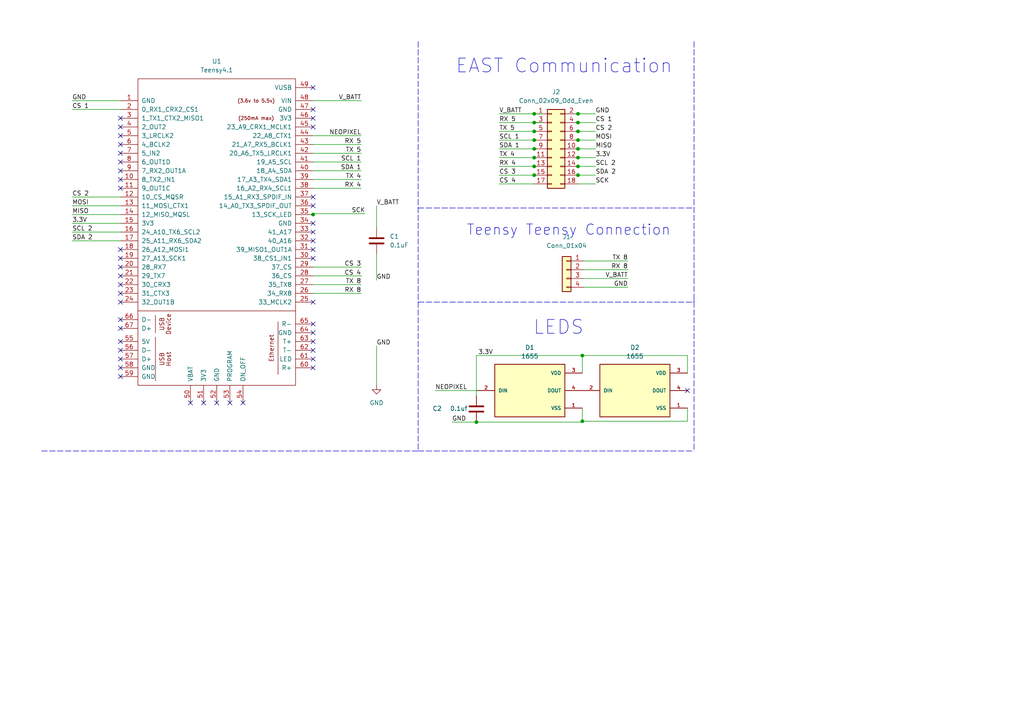
<source format=kicad_sch>
(kicad_sch (version 20211123) (generator eeschema)
  (paper "A4")
  (lib_symbols
    (symbol "Connector_Generic:Conn_01x04" (pin_names (offset 1.016) hide)
      (property "Reference" "J" (at 0 5.08 0))
      (property "Value" "Conn_01x04" (at 0 -7.62 0))
      (symbol "Conn_01x04_1_1"
        (rectangle (start -1.27 -4.953) (end 0 -5.207) (stroke (width 0.1524)))
        (rectangle (start -1.27 -2.413) (end 0 -2.667) (stroke (width 0.1524)))
        (rectangle (start -1.27 0.127) (end 0 -0.127) (stroke (width 0.1524)))
        (rectangle (start -1.27 2.667) (end 0 2.413) (stroke (width 0.1524)))
        (rectangle (start -1.27 3.81) (end 1.27 -6.35) (stroke (width 0.254)) (fill (type background)))
        (pin passive line (at -5.08 2.54 0) (length 3.81) (name "Pin_1") (number "1"))
        (pin passive line (at -5.08 0 0) (length 3.81) (name "Pin_2") (number "2"))
        (pin passive line (at -5.08 -2.54 0) (length 3.81) (name "Pin_3") (number "3"))
        (pin passive line (at -5.08 -5.08 0) (length 3.81) (name "Pin_4") (number "4"))
      )
    )
    (symbol "Connector_Generic:Conn_02x09_Odd_Even" (pin_names (offset 1.016) hide)
      (property "Reference" "J" (at 1.27 12.7 0))
      (property "Value" "Conn_02x09_Odd_Even" (at 1.27 -12.7 0))
      (symbol "Conn_02x09_Odd_Even_1_1"
        (rectangle (start -1.27 -10.033) (end 0 -10.287) (stroke (width 0.1524)))
        (rectangle (start -1.27 -7.493) (end 0 -7.747) (stroke (width 0.1524)))
        (rectangle (start -1.27 -4.953) (end 0 -5.207) (stroke (width 0.1524)))
        (rectangle (start -1.27 -2.413) (end 0 -2.667) (stroke (width 0.1524)))
        (rectangle (start -1.27 0.127) (end 0 -0.127) (stroke (width 0.1524)))
        (rectangle (start -1.27 2.667) (end 0 2.413) (stroke (width 0.1524)))
        (rectangle (start -1.27 5.207) (end 0 4.953) (stroke (width 0.1524)))
        (rectangle (start -1.27 7.747) (end 0 7.493) (stroke (width 0.1524)))
        (rectangle (start -1.27 10.287) (end 0 10.033) (stroke (width 0.1524)))
        (rectangle (start -1.27 11.43) (end 3.81 -11.43) (stroke (width 0.254)) (fill (type background)))
        (rectangle (start 3.81 -10.033) (end 2.54 -10.287) (stroke (width 0.1524)))
        (rectangle (start 3.81 -7.493) (end 2.54 -7.747) (stroke (width 0.1524)))
        (rectangle (start 3.81 -4.953) (end 2.54 -5.207) (stroke (width 0.1524)))
        (rectangle (start 3.81 -2.413) (end 2.54 -2.667) (stroke (width 0.1524)))
        (rectangle (start 3.81 0.127) (end 2.54 -0.127) (stroke (width 0.1524)))
        (rectangle (start 3.81 2.667) (end 2.54 2.413) (stroke (width 0.1524)))
        (rectangle (start 3.81 5.207) (end 2.54 4.953) (stroke (width 0.1524)))
        (rectangle (start 3.81 7.747) (end 2.54 7.493) (stroke (width 0.1524)))
        (rectangle (start 3.81 10.287) (end 2.54 10.033) (stroke (width 0.1524)))
        (pin passive line (at -5.08 10.16 0) (length 3.81) (name "Pin_1") (number "1"))
        (pin passive line (at 7.62 0 180) (length 3.81) (name "Pin_10") (number "10"))
        (pin passive line (at -5.08 -2.54 0) (length 3.81) (name "Pin_11") (number "11"))
        (pin passive line (at 7.62 -2.54 180) (length 3.81) (name "Pin_12") (number "12"))
        (pin passive line (at -5.08 -5.08 0) (length 3.81) (name "Pin_13") (number "13"))
        (pin passive line (at 7.62 -5.08 180) (length 3.81) (name "Pin_14") (number "14"))
        (pin passive line (at -5.08 -7.62 0) (length 3.81) (name "Pin_15") (number "15"))
        (pin passive line (at 7.62 -7.62 180) (length 3.81) (name "Pin_16") (number "16"))
        (pin passive line (at -5.08 -10.16 0) (length 3.81) (name "Pin_17") (number "17"))
        (pin passive line (at 7.62 -10.16 180) (length 3.81) (name "Pin_18") (number "18"))
        (pin passive line (at 7.62 10.16 180) (length 3.81) (name "Pin_2") (number "2"))
        (pin passive line (at -5.08 7.62 0) (length 3.81) (name "Pin_3") (number "3"))
        (pin passive line (at 7.62 7.62 180) (length 3.81) (name "Pin_4") (number "4"))
        (pin passive line (at -5.08 5.08 0) (length 3.81) (name "Pin_5") (number "5"))
        (pin passive line (at 7.62 5.08 180) (length 3.81) (name "Pin_6") (number "6"))
        (pin passive line (at -5.08 2.54 0) (length 3.81) (name "Pin_7") (number "7"))
        (pin passive line (at 7.62 2.54 180) (length 3.81) (name "Pin_8") (number "8"))
        (pin passive line (at -5.08 0 0) (length 3.81) (name "Pin_9") (number "9"))
      )
    )
    (symbol "Device:C" (pin_numbers hide) (pin_names (offset 0.254))
      (property "Reference" "C" (at 0.635 2.54 0))
      (property "Value" "C" (at 0.635 -2.54 0))
      (symbol "C_0_1"
        (polyline (pts (xy -2.032 -0.762) (xy 2.032 -0.762)) (stroke (width 0.508)))
        (polyline (pts (xy -2.032 0.762) (xy 2.032 0.762)) (stroke (width 0.508)))
      )
      (symbol "C_1_1"
        (pin passive line (at 0 3.81 270) (length 2.794) (name "~") (number "1"))
        (pin passive line (at 0 -3.81 90) (length 2.794) (name "~") (number "2"))
      )
    )
    (symbol "Teensy:Teensy4.1" (pin_names (offset 1.016))
      (property "Reference" "U1" (at 0 66.04 0))
      (property "Value" "Teensy4.1" (at 0 63.5 0))
      (symbol "Teensy4.1_0_0"
        (polyline (pts (xy -22.86 -6.35) (xy 22.86 -6.35)))
        (polyline (pts (xy -17.78 -26.67) (xy -17.78 -13.97)))
        (polyline (pts (xy -17.78 -7.62) (xy -17.78 -12.7)))
        (polyline (pts (xy 17.78 -9.525) (xy 17.78 -24.765)))
        (text "(250mA max)" (at 11.43 49.53 0) (effects (font (size 1.016 1.016))))
        (text "(3.6v to 5.5v)" (at 11.43 54.61 0) (effects (font (size 1.016 1.016))))
        (text "Device" (at -13.97 -10.16 900) (effects (font (size 1.27 1.27))))
        (text "Ethernet" (at 15.875 -17.145 900) (effects (font (size 1.27 1.27))))
        (text "Host" (at -13.97 -20.32 900) (effects (font (size 1.27 1.27))))
        (text "USB" (at -15.875 -20.32 900) (effects (font (size 1.27 1.27))))
        (text "USB" (at -15.875 -10.16 900) (effects (font (size 1.27 1.27))))
        (pin bidirectional line (at -27.94 31.75 0) (length 5.08) (name "8_TX2_IN1") (number "10"))
        (pin bidirectional line (at -27.94 29.21 0) (length 5.08) (name "9_OUT1C") (number "11"))
        (pin bidirectional line (at -27.94 26.67 0) (length 5.08) (name "10_CS_MQSR") (number "12"))
        (pin bidirectional line (at -27.94 24.13 0) (length 5.08) (name "11_MOSI_CTX1") (number "13"))
        (pin bidirectional line (at -27.94 21.59 0) (length 5.08) (name "12_MISO_MQSL") (number "14"))
        (pin power_out line (at -27.94 19.05 0) (length 5.08) (name "3V3") (number "15"))
        (pin bidirectional line (at -27.94 16.51 0) (length 5.08) (name "24_A10_TX6_SCL2") (number "16"))
        (pin bidirectional line (at -27.94 13.97 0) (length 5.08) (name "25_A11_RX6_SDA2") (number "17"))
        (pin bidirectional line (at -27.94 11.43 0) (length 5.08) (name "26_A12_MOSI1") (number "18"))
        (pin bidirectional line (at -27.94 8.89 0) (length 5.08) (name "27_A13_SCK1") (number "19"))
        (pin bidirectional line (at -27.94 6.35 0) (length 5.08) (name "28_RX7") (number "20"))
        (pin bidirectional line (at -27.94 3.81 0) (length 5.08) (name "29_TX7") (number "21"))
        (pin bidirectional line (at -27.94 1.27 0) (length 5.08) (name "30_CRX3") (number "22"))
        (pin bidirectional line (at -27.94 -1.27 0) (length 5.08) (name "31_CTX3") (number "23"))
        (pin bidirectional line (at -27.94 -3.81 0) (length 5.08) (name "32_OUT1B") (number "24"))
        (pin bidirectional line (at 27.94 -3.81 180) (length 5.08) (name "33_MCLK2") (number "25"))
        (pin bidirectional line (at 27.94 -1.27 180) (length 5.08) (name "34_RX8") (number "26"))
        (pin bidirectional line (at 27.94 1.27 180) (length 5.08) (name "35_TX8") (number "27"))
        (pin bidirectional line (at 27.94 3.81 180) (length 5.08) (name "36_CS") (number "28"))
        (pin bidirectional line (at 27.94 6.35 180) (length 5.08) (name "37_CS") (number "29"))
        (pin bidirectional line (at 27.94 8.89 180) (length 5.08) (name "38_CS1_IN1") (number "30"))
        (pin bidirectional line (at 27.94 11.43 180) (length 5.08) (name "39_MISO1_OUT1A") (number "31"))
        (pin bidirectional line (at 27.94 13.97 180) (length 5.08) (name "40_A16") (number "32"))
        (pin bidirectional line (at 27.94 16.51 180) (length 5.08) (name "41_A17") (number "33"))
        (pin bidirectional line (at 27.94 21.59 180) (length 5.08) (name "13_SCK_LED") (number "35"))
        (pin bidirectional line (at 27.94 24.13 180) (length 5.08) (name "14_A0_TX3_SPDIF_OUT") (number "36"))
        (pin bidirectional line (at 27.94 26.67 180) (length 5.08) (name "15_A1_RX3_SPDIF_IN") (number "37"))
        (pin bidirectional line (at 27.94 29.21 180) (length 5.08) (name "16_A2_RX4_SCL1") (number "38"))
        (pin bidirectional line (at 27.94 31.75 180) (length 5.08) (name "17_A3_TX4_SDA1") (number "39"))
        (pin bidirectional line (at 27.94 34.29 180) (length 5.08) (name "18_A4_SDA") (number "40"))
        (pin bidirectional line (at 27.94 36.83 180) (length 5.08) (name "19_A5_SCL") (number "41"))
        (pin bidirectional line (at 27.94 39.37 180) (length 5.08) (name "20_A6_TX5_LRCLK1") (number "42"))
        (pin bidirectional line (at 27.94 41.91 180) (length 5.08) (name "21_A7_RX5_BCLK1") (number "43"))
        (pin bidirectional line (at 27.94 44.45 180) (length 5.08) (name "22_A8_CTX1") (number "44"))
        (pin bidirectional line (at 27.94 46.99 180) (length 5.08) (name "23_A9_CRX1_MCLK1") (number "45"))
        (pin output line (at 27.94 49.53 180) (length 5.08) (name "3V3") (number "46"))
        (pin output line (at 27.94 52.07 180) (length 5.08) (name "GND") (number "47"))
        (pin power_in line (at 27.94 54.61 180) (length 5.08) (name "VIN") (number "48"))
        (pin power_out line (at 27.94 58.42 180) (length 5.08) (name "VUSB") (number "49"))
        (pin bidirectional line (at -27.94 44.45 0) (length 5.08) (name "3_LRCLK2") (number "5"))
        (pin power_in line (at -7.62 -33.02 90) (length 5.08) (name "VBAT") (number "50"))
        (pin power_in line (at -3.81 -33.02 90) (length 5.08) (name "3V3") (number "51"))
        (pin input line (at 0 -33.02 90) (length 5.08) (name "GND") (number "52"))
        (pin input line (at 3.81 -33.02 90) (length 5.08) (name "PROGRAM") (number "53"))
        (pin input line (at 7.62 -33.02 90) (length 5.08) (name "ON_OFF") (number "54"))
        (pin power_out line (at -27.94 -15.24 0) (length 5.08) (name "5V") (number "55"))
        (pin bidirectional line (at -27.94 -17.78 0) (length 5.08) (name "D-") (number "56"))
        (pin bidirectional line (at -27.94 -20.32 0) (length 5.08) (name "D+") (number "57"))
        (pin power_in line (at -27.94 -22.86 0) (length 5.08) (name "GND") (number "58"))
        (pin power_in line (at -27.94 -25.4 0) (length 5.08) (name "GND") (number "59"))
        (pin bidirectional line (at -27.94 41.91 0) (length 5.08) (name "4_BCLK2") (number "6"))
        (pin bidirectional line (at 27.94 -22.86 180) (length 5.08) (name "R+") (number "60"))
        (pin bidirectional line (at 27.94 -20.32 180) (length 5.08) (name "LED") (number "61"))
        (pin bidirectional line (at 27.94 -17.78 180) (length 5.08) (name "T-") (number "62"))
        (pin bidirectional line (at 27.94 -15.24 180) (length 5.08) (name "T+") (number "63"))
        (pin power_in line (at 27.94 -12.7 180) (length 5.08) (name "GND") (number "64"))
        (pin bidirectional line (at 27.94 -10.16 180) (length 5.08) (name "R-") (number "65"))
        (pin bidirectional line (at -27.94 -8.89 0) (length 5.08) (name "D-") (number "66"))
        (pin bidirectional line (at -27.94 -11.43 0) (length 5.08) (name "D+") (number "67"))
        (pin bidirectional line (at -27.94 39.37 0) (length 5.08) (name "5_IN2") (number "7"))
        (pin bidirectional line (at -27.94 36.83 0) (length 5.08) (name "6_OUT1D") (number "8"))
        (pin bidirectional line (at -27.94 34.29 0) (length 5.08) (name "7_RX2_OUT1A") (number "9"))
      )
      (symbol "Teensy4.1_0_1"
        (rectangle (start -22.86 60.96) (end 22.86 -27.94))
        (rectangle (start -20.32 -1.27) (end -20.32 -1.27))
      )
      (symbol "Teensy4.1_1_1"
        (pin power_out line (at -27.94 54.61 0) (length 5.08) (name "GND") (number "1"))
        (pin bidirectional line (at -27.94 52.07 0) (length 5.08) (name "0_RX1_CRX2_CS1") (number "2"))
        (pin bidirectional line (at -27.94 49.53 0) (length 5.08) (name "1_TX1_CTX2_MISO1") (number "3"))
        (pin power_in line (at 27.94 19.05 180) (length 5.08) (name "GND") (number "34"))
        (pin bidirectional line (at -27.94 46.99 0) (length 5.08) (name "2_OUT2") (number "4"))
      )
    )
    (symbol "neopixel:1655" (pin_names (offset 1.016))
      (property "Reference" "D" (at -10.1621 8.8923 0))
      (property "Value" "1655" (at -10.16 -8.89 0))
      (symbol "1655_0_0"
        (rectangle (start -10.16 -7.62) (end 10.16 7.62) (stroke (width 0.254)) (fill (type background)))
        (pin power_in line (at 15.24 -5.08 180) (length 5.08) (name "VSS") (number "1"))
        (pin input line (at -15.24 0 0) (length 5.08) (name "DIN") (number "2"))
        (pin power_in line (at 15.24 5.08 180) (length 5.08) (name "VDD") (number "3"))
        (pin output line (at 15.24 0 180) (length 5.08) (name "DOUT") (number "4"))
      )
    )
    (symbol "power:GND" (power) (pin_names (offset 0))
      (property "Value" "GND" (at 0 -3.81 0))
      (symbol "GND_0_1"
        (polyline (pts (xy 0 0) (xy 0 -1.27) (xy 1.27 -1.27) (xy 0 -2.54) (xy -1.27 -1.27) (xy 0 -1.27)))
      )
      (symbol "GND_1_1"
        (pin power_in line (at 0 0 270) (length 0) hide (name "GND") (number "1"))
      )
    )
  )
  (junction (at 154.94 43.18))
  (junction (at 167.64 40.64))
  (junction (at 138.176 122.428))
  (junction (at 154.94 40.64))
  (junction (at 167.64 50.8))
  (junction (at 154.94 35.56))
  (junction (at 154.94 45.72))
  (junction (at 168.91 122.174))
  (junction (at 167.64 48.26))
  (junction (at 90.805 62.23))
  (junction (at 167.64 33.02))
  (junction (at 167.64 45.72))
  (junction (at 167.64 43.18))
  (junction (at 167.64 38.1))
  (junction (at 167.64 35.56))
  (junction (at 154.94 50.8))
  (junction (at 154.94 38.1))
  (junction (at 154.94 33.02))
  (junction (at 168.91 103.124))
  (junction (at 154.94 48.26))
  (no_connect (at 199.39 113.284))
  (no_connect (at 34.925 34.29))
  (no_connect (at 34.925 104.14))
  (no_connect (at 90.805 69.85))
  (no_connect (at 90.805 101.6))
  (no_connect (at 34.925 85.09))
  (no_connect (at 90.805 57.15))
  (no_connect (at 90.805 59.69))
  (no_connect (at 90.805 74.93))
  (no_connect (at 90.805 34.29))
  (no_connect (at 90.805 96.52))
  (no_connect (at 90.805 36.83))
  (no_connect (at 34.925 99.06))
  (no_connect (at 90.805 99.06))
  (no_connect (at 90.805 106.68))
  (no_connect (at 90.805 104.14))
  (no_connect (at 34.925 36.83))
  (no_connect (at 34.925 39.37))
  (no_connect (at 34.925 41.91))
  (no_connect (at 34.925 54.61))
  (no_connect (at 90.805 64.77))
  (no_connect (at 34.925 106.68))
  (no_connect (at 66.675 116.84))
  (no_connect (at 90.805 72.39))
  (no_connect (at 34.925 72.39))
  (no_connect (at 62.865 116.84))
  (no_connect (at 34.925 101.6))
  (no_connect (at 55.245 116.84))
  (no_connect (at 34.925 109.22))
  (no_connect (at 90.805 93.98))
  (no_connect (at 34.925 92.71))
  (no_connect (at 34.925 74.93))
  (no_connect (at 90.805 67.31))
  (no_connect (at 34.925 44.45))
  (no_connect (at 34.925 46.99))
  (no_connect (at 34.925 95.25))
  (no_connect (at 34.925 52.07))
  (no_connect (at 34.925 49.53))
  (no_connect (at 34.925 77.47))
  (no_connect (at 34.925 80.01))
  (no_connect (at 90.805 25.4))
  (no_connect (at 70.485 116.84))
  (no_connect (at 90.805 31.75))
  (no_connect (at 59.055 116.84))
  (no_connect (at 34.925 87.63))
  (no_connect (at 90.805 87.63))
  (no_connect (at 34.925 82.55))
  (wire (pts (xy 167.005 38.1) (xy 167.64 38.1)))
  (wire (pts (xy 199.39 122.174) (xy 199.39 118.364)))
  (wire (pts (xy 20.955 31.75) (xy 34.925 31.75)))
  (wire (pts (xy 167.005 40.64) (xy 167.64 40.64)))
  (wire (pts (xy 90.805 29.21) (xy 104.775 29.21)))
  (wire (pts (xy 154.94 35.56) (xy 157.48 35.56)))
  (wire (pts (xy 90.805 49.53) (xy 104.775 49.53)))
  (wire (pts (xy 20.955 69.85) (xy 34.925 69.85)))
  (polyline (pts (xy 201.295 12.065) (xy 201.295 130.81)))
  (wire (pts (xy 154.94 50.8) (xy 155.575 50.8)))
  (wire (pts (xy 138.176 114.808) (xy 138.176 103.124)))
  (wire (pts (xy 154.94 33.02) (xy 157.48 33.02)))
  (polyline (pts (xy 12.065 130.81) (xy 121.285 130.81)))
  (wire (pts (xy 182.118 83.312) (xy 169.418 83.312)))
  (wire (pts (xy 154.94 38.1) (xy 155.575 38.1)))
  (wire (pts (xy 126.238 113.284) (xy 138.43 113.284)))
  (wire (pts (xy 199.39 103.124) (xy 168.91 103.124)))
  (wire (pts (xy 144.78 38.1) (xy 154.94 38.1)))
  (wire (pts (xy 20.955 59.69) (xy 34.925 59.69)))
  (wire (pts (xy 138.176 103.124) (xy 168.91 103.124)))
  (wire (pts (xy 167.005 48.26) (xy 167.64 48.26)))
  (wire (pts (xy 109.22 73.66) (xy 109.22 81.28)))
  (wire (pts (xy 20.955 29.21) (xy 34.925 29.21)))
  (wire (pts (xy 109.22 59.69) (xy 109.22 66.04)))
  (wire (pts (xy 182.118 80.772) (xy 169.418 80.772)))
  (wire (pts (xy 167.64 45.72) (xy 172.72 45.72)))
  (wire (pts (xy 20.955 64.77) (xy 34.925 64.77)))
  (wire (pts (xy 90.678 61.976) (xy 90.678 62.23)))
  (polyline (pts (xy 121.285 12.065) (xy 121.285 130.81)))
  (wire (pts (xy 199.39 108.204) (xy 199.39 103.124)))
  (wire (pts (xy 167.005 45.72) (xy 167.64 45.72)))
  (wire (pts (xy 90.805 62.23) (xy 90.932 62.23)))
  (wire (pts (xy 138.176 122.428) (xy 168.91 122.428)))
  (wire (pts (xy 154.94 43.18) (xy 155.575 43.18)))
  (wire (pts (xy 90.805 80.01) (xy 104.7473 80.01)))
  (wire (pts (xy 167.005 35.56) (xy 167.64 35.56)))
  (wire (pts (xy 20.955 62.23) (xy 34.925 62.23)))
  (wire (pts (xy 90.805 54.61) (xy 104.775 54.61)))
  (wire (pts (xy 154.94 40.64) (xy 155.575 40.64)))
  (wire (pts (xy 90.805 44.45) (xy 104.775 44.45)))
  (wire (pts (xy 144.78 40.64) (xy 154.94 40.64)))
  (wire (pts (xy 167.64 38.1) (xy 172.72 38.1)))
  (wire (pts (xy 90.678 61.976) (xy 105.918 61.976)))
  (wire (pts (xy 167.64 35.56) (xy 172.72 35.56)))
  (wire (pts (xy 90.805 82.55) (xy 104.775 82.55)))
  (polyline (pts (xy 121.285 130.81) (xy 201.295 130.81)))
  (wire (pts (xy 144.78 45.72) (xy 154.94 45.72)))
  (wire (pts (xy 154.94 45.72) (xy 155.575 45.72)))
  (wire (pts (xy 90.805 41.91) (xy 104.775 41.91)))
  (wire (pts (xy 167.64 50.8) (xy 172.72 50.8)))
  (wire (pts (xy 104.775 77.47) (xy 90.805 77.47)))
  (wire (pts (xy 167.64 53.34) (xy 172.72 53.34)))
  (wire (pts (xy 90.678 62.23) (xy 90.805 62.23)))
  (wire (pts (xy 131.1258 122.428) (xy 138.176 122.428)))
  (polyline (pts (xy 201.295 87.63) (xy 201.295 86.995)))
  (wire (pts (xy 168.91 122.428) (xy 168.91 122.174)))
  (wire (pts (xy 20.955 67.31) (xy 34.925 67.31)))
  (wire (pts (xy 167.64 40.64) (xy 172.72 40.64)))
  (wire (pts (xy 90.805 46.99) (xy 104.775 46.99)))
  (wire (pts (xy 144.78 33.02) (xy 154.94 33.02)))
  (wire (pts (xy 168.91 122.174) (xy 168.91 118.364)))
  (polyline (pts (xy 121.285 87.63) (xy 201.295 87.63)))
  (wire (pts (xy 144.78 50.8) (xy 154.94 50.8)))
  (wire (pts (xy 144.78 53.34) (xy 154.94 53.34)))
  (wire (pts (xy 167.64 43.18) (xy 172.72 43.18)))
  (wire (pts (xy 168.91 103.124) (xy 168.91 108.204)))
  (wire (pts (xy 144.78 35.56) (xy 154.94 35.56)))
  (wire (pts (xy 167.005 50.8) (xy 167.64 50.8)))
  (polyline (pts (xy 121.285 60.325) (xy 201.295 60.325)))
  (wire (pts (xy 182.118 75.692) (xy 169.418 75.692)))
  (wire (pts (xy 20.955 57.15) (xy 34.925 57.15)))
  (wire (pts (xy 167.64 48.26) (xy 172.72 48.26)))
  (wire (pts (xy 90.805 85.09) (xy 104.775 85.09)))
  (wire (pts (xy 109.22 100.33) (xy 109.22 111.76)))
  (wire (pts (xy 144.78 48.26) (xy 154.94 48.26)))
  (wire (pts (xy 167.005 33.02) (xy 167.64 33.02)))
  (wire (pts (xy 167.64 33.02) (xy 172.72 33.02)))
  (wire (pts (xy 90.805 39.37) (xy 104.775 39.37)))
  (wire (pts (xy 182.118 78.232) (xy 169.418 78.232)))
  (wire (pts (xy 90.805 52.07) (xy 104.775 52.07)))
  (wire (pts (xy 167.005 43.18) (xy 167.64 43.18)))
  (wire (pts (xy 104.7473 80.01) (xy 104.7473 80.1177)))
  (wire (pts (xy 144.78 43.18) (xy 154.94 43.18)))
  (wire (pts (xy 168.91 122.174) (xy 199.39 122.174)))
  (wire (pts (xy 154.94 48.26) (xy 155.575 48.26)))
  (text "LEDS" (at 154.559 97.409 0) (effects (font (size 4 4)) (justify left bottom)))
  (text "Teensy Teensy Connection" (at 135.255 68.58 0) (effects (font (size 3 3)) (justify left bottom)))
  (text "EAST Communication" (at 132.08 21.59 0) (effects (font (size 4 4)) (justify left bottom)))
  (label "SDA 2" (at 20.955 69.85 0))
  (label "SCL 1" (at 144.78 40.64 0))
  (label "SCL 2" (at 20.955 67.31 0))
  (label "TX 4" (at 104.775 52.07 180))
  (label "MOSI" (at 20.955 59.69 0))
  (label "TX 5" (at 104.775 44.45 180))
  (label "SCL 2" (at 172.72 48.26 0))
  (label "SCL 1" (at 104.775 46.99 180))
  (label "3.3V" (at 138.684 103.124 0))
  (label "RX 4" (at 144.78 48.26 0))
  (label "SDA 1" (at 144.78 43.18 0))
  (label "RX 5" (at 104.775 41.91 180))
  (label "RX 8" (at 182.118 78.232 180))
  (label "NEOPIXEL" (at 104.775 39.37 180))
  (label "3.3V" (at 172.72 45.72 0))
  (label "SCK" (at 172.72 53.34 0))
  (label "CS 1" (at 20.955 31.75 0))
  (label "V_BATT" (at 182.118 80.772 180))
  (label "SDA 1" (at 104.775 49.53 180))
  (label "CS 1" (at 172.72 35.56 0))
  (label "GND" (at 172.72 33.02 0))
  (label "TX 5" (at 144.78 38.1 0))
  (label "MISO" (at 20.955 62.23 0))
  (label "CS 2" (at 20.955 57.15 0))
  (label "V_BATT" (at 144.78 33.02 0))
  (label "GND" (at 109.22 100.33 0))
  (label "SCK" (at 105.918 61.976 180))
  (label "NEOPIXEL" (at 126.238 113.284 0))
  (label "V_BATT" (at 109.22 59.69 0))
  (label "GND" (at 182.118 83.312 180))
  (label "CS 2" (at 172.72 38.1 0))
  (label "V_BATT" (at 104.775 29.21 180))
  (label "MISO" (at 172.72 43.18 0))
  (label "CS 3" (at 104.775 77.47 180))
  (label "3.3V" (at 20.955 64.77 0))
  (label "GND" (at 109.22 81.28 0))
  (label "RX 8" (at 104.775 85.09 180))
  (label "RX 5" (at 144.78 35.56 0))
  (label "CS 4" (at 144.78 53.34 0))
  (label "GND" (at 20.955 29.21 0))
  (label "GND" (at 131.1258 122.428 0))
  (label "RX 4" (at 104.775 54.61 180))
  (label "CS 3" (at 144.78 50.8 0))
  (label "CS 4" (at 104.7473 80.1177 180))
  (label "MOSI" (at 172.72 40.64 0))
  (label "TX 4" (at 144.78 45.72 0))
  (label "TX 8" (at 104.775 82.55 180))
  (label "SDA 2" (at 172.72 50.8 0))
  (label "TX 8" (at 182.118 75.692 180))
  (symbol (lib_id "neopixel:1655") (at 153.67 113.284 0) (unit 1)
    (property "Reference" "D1" (at 153.67 100.794 0))
    (property "Value" "1655" (at 153.67 103.334 0))
    (property "Footprint" "LED_1655" (effects hide))
    (property "PARTREV" "01" (effects hide))
    (property "MANUFACTURER" "Adafruit Industries" (effects hide))
    (property "STANDARD" "Manufacturer recommendations" (effects hide))
    (property "MAXIMUM_PACKAGE_HEIGHT" "1.6 mm" (effects hide))
  )
  (symbol (lib_id "neopixel:1655") (at 184.15 113.284 0) (unit 1)
    (property "Reference" "D2" (at 184.15 100.794 0))
    (property "Value" "1655" (at 184.15 103.334 0))
    (property "Footprint" "LED_1655" (effects hide))
    (property "PARTREV" "01" (effects hide))
    (property "MANUFACTURER" "Adafruit Industries" (effects hide))
    (property "STANDARD" "Manufacturer recommendations" (effects hide))
    (property "MAXIMUM_PACKAGE_HEIGHT" "1.6 mm" (effects hide))
  )
  (symbol (lib_id "Connector_Generic:Conn_02x09_Odd_Even") (at 160.02 43.18 0) (unit 1)
    (property "Reference" "J2" (at 161.29 26.67 0))
    (property "Value" "Conn_02x09_Odd_Even" (at 161.29 29.21 0))
    (property "Footprint" "Connector_PinHeader_2.54mm:PinHeader_2x09_P2.54mm_Vertical" (effects hide))
  )
  (symbol (lib_id "Device:C") (at 109.22 69.85 0) (unit 1)
    (property "Reference" "C1" (at 113.03 68.5799 0) (effects (justify left)))
    (property "Value" "0.1uF" (at 113.03 71.1199 0) (effects (justify left)))
    (property "Footprint" "Capacitor_SMD:C_0603_1608Metric" (effects hide))
    (property "Vendor" "C14663" (effects hide))
  )
  (symbol (lib_id "power:GND") (at 109.22 111.76 0) (unit 1)
    (property "Reference" "#PWR0104" (effects hide))
    (property "Value" "GND" (at 109.22 116.84 0))
  )
  (symbol (lib_id "Teensy:Teensy4.1") (at 62.865 83.82 0) (unit 1)
    (property "Reference" "U1" (at 62.865 17.78 0))
    (property "Value" "Teensy4.1" (at 62.865 20.32 0))
    (property "Footprint" "Teensy:Teensy41" (effects hide))
  )
  (symbol (lib_id "Connector_Generic:Conn_01x04") (at 164.338 78.232 0) (mirror y) (unit 1)
    (property "Reference" "J1" (at 164.338 68.707 0))
    (property "Value" "Conn_01x04" (at 164.338 71.247 0))
    (property "Footprint" "Connector_JST:JST_PH_S4B-PH-K_1x04_P2.00mm_Horizontal" (effects hide))
  )
  (symbol (lib_id "Device:C") (at 138.176 118.618 180) (unit 1)
    (property "Reference" "C2" (at 128.143 118.491 0) (effects (justify left)))
    (property "Value" "0.1uf" (at 135.636 118.491 0) (effects (justify left)))
    (property "Footprint" "Capacitor_SMD:C_0603_1608Metric" (effects hide))
    (property "Vendor" "C14663" (effects hide))
  )
)
</source>
